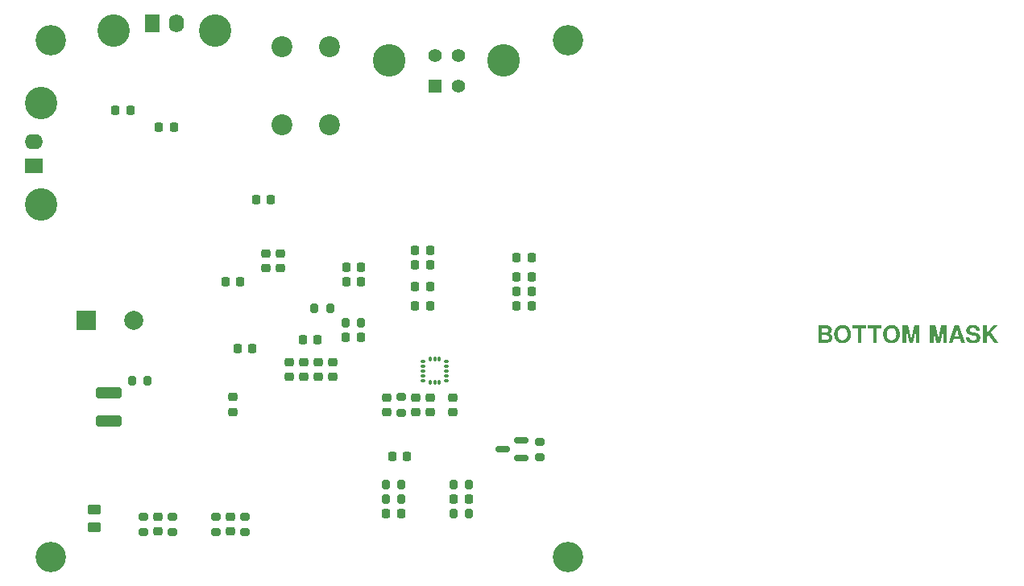
<source format=gbr>
%TF.GenerationSoftware,KiCad,Pcbnew,7.0.9-7.0.9~ubuntu22.04.1*%
%TF.CreationDate,2023-12-22T21:37:53-08:00*%
%TF.ProjectId,IMU-2X,494d552d-3258-42e6-9b69-6361645f7063,2*%
%TF.SameCoordinates,Original*%
%TF.FileFunction,Soldermask,Bot*%
%TF.FilePolarity,Negative*%
%FSLAX46Y46*%
G04 Gerber Fmt 4.6, Leading zero omitted, Abs format (unit mm)*
G04 Created by KiCad (PCBNEW 7.0.9-7.0.9~ubuntu22.04.1) date 2023-12-22 21:37:53*
%MOMM*%
%LPD*%
G01*
G04 APERTURE LIST*
G04 Aperture macros list*
%AMRoundRect*
0 Rectangle with rounded corners*
0 $1 Rounding radius*
0 $2 $3 $4 $5 $6 $7 $8 $9 X,Y pos of 4 corners*
0 Add a 4 corners polygon primitive as box body*
4,1,4,$2,$3,$4,$5,$6,$7,$8,$9,$2,$3,0*
0 Add four circle primitives for the rounded corners*
1,1,$1+$1,$2,$3*
1,1,$1+$1,$4,$5*
1,1,$1+$1,$6,$7*
1,1,$1+$1,$8,$9*
0 Add four rect primitives between the rounded corners*
20,1,$1+$1,$2,$3,$4,$5,0*
20,1,$1+$1,$4,$5,$6,$7,0*
20,1,$1+$1,$6,$7,$8,$9,0*
20,1,$1+$1,$8,$9,$2,$3,0*%
G04 Aperture macros list end*
%ADD10C,0.300000*%
%ADD11C,2.200000*%
%ADD12C,3.200000*%
%ADD13C,3.403600*%
%ADD14R,1.600200X1.905000*%
%ADD15O,1.600200X1.905000*%
%ADD16R,1.400000X1.400000*%
%ADD17C,1.400000*%
%ADD18C,3.429000*%
%ADD19R,1.905000X1.600200*%
%ADD20O,1.905000X1.600200*%
%ADD21R,2.000000X2.000000*%
%ADD22C,2.000000*%
%ADD23RoundRect,0.225000X-0.250000X0.225000X-0.250000X-0.225000X0.250000X-0.225000X0.250000X0.225000X0*%
%ADD24RoundRect,0.225000X0.225000X0.250000X-0.225000X0.250000X-0.225000X-0.250000X0.225000X-0.250000X0*%
%ADD25RoundRect,0.250000X-0.450000X0.262500X-0.450000X-0.262500X0.450000X-0.262500X0.450000X0.262500X0*%
%ADD26RoundRect,0.225000X-0.225000X-0.250000X0.225000X-0.250000X0.225000X0.250000X-0.225000X0.250000X0*%
%ADD27RoundRect,0.200000X0.200000X0.275000X-0.200000X0.275000X-0.200000X-0.275000X0.200000X-0.275000X0*%
%ADD28RoundRect,0.200000X-0.200000X-0.275000X0.200000X-0.275000X0.200000X0.275000X-0.200000X0.275000X0*%
%ADD29RoundRect,0.225000X0.250000X-0.225000X0.250000X0.225000X-0.250000X0.225000X-0.250000X-0.225000X0*%
%ADD30RoundRect,0.200000X0.275000X-0.200000X0.275000X0.200000X-0.275000X0.200000X-0.275000X-0.200000X0*%
%ADD31RoundRect,0.200000X-0.275000X0.200000X-0.275000X-0.200000X0.275000X-0.200000X0.275000X0.200000X0*%
%ADD32RoundRect,0.150000X0.587500X0.150000X-0.587500X0.150000X-0.587500X-0.150000X0.587500X-0.150000X0*%
%ADD33RoundRect,0.050000X-0.175000X-0.125000X0.175000X-0.125000X0.175000X0.125000X-0.175000X0.125000X0*%
%ADD34RoundRect,0.050000X-0.125000X-0.175000X0.125000X-0.175000X0.125000X0.175000X-0.125000X0.175000X0*%
%ADD35RoundRect,0.250000X-1.100000X0.325000X-1.100000X-0.325000X1.100000X-0.325000X1.100000X0.325000X0*%
G04 APERTURE END LIST*
D10*
G36*
X214394182Y-105189462D02*
G01*
X214414867Y-105190047D01*
X214435193Y-105191023D01*
X214455158Y-105192388D01*
X214474765Y-105194144D01*
X214494012Y-105196290D01*
X214512899Y-105198826D01*
X214531426Y-105201752D01*
X214549594Y-105205068D01*
X214567402Y-105208775D01*
X214584851Y-105212871D01*
X214601940Y-105217358D01*
X214618669Y-105222235D01*
X214643089Y-105230282D01*
X214666699Y-105239207D01*
X214689433Y-105248827D01*
X214711060Y-105258958D01*
X214731581Y-105269600D01*
X214750994Y-105280754D01*
X214769300Y-105292419D01*
X214786500Y-105304596D01*
X214802593Y-105317284D01*
X214817579Y-105330484D01*
X214831458Y-105344195D01*
X214844230Y-105358418D01*
X214852130Y-105368184D01*
X214863313Y-105382891D01*
X214873901Y-105397537D01*
X214883893Y-105412122D01*
X214896290Y-105431474D01*
X214907628Y-105450717D01*
X214917908Y-105469852D01*
X214927129Y-105488878D01*
X214935292Y-105507796D01*
X214940720Y-105521913D01*
X214947234Y-105540654D01*
X214952879Y-105559314D01*
X214957656Y-105577892D01*
X214961564Y-105596389D01*
X214964604Y-105614805D01*
X214966775Y-105633139D01*
X214968078Y-105651391D01*
X214968513Y-105669563D01*
X214968005Y-105691354D01*
X214966482Y-105712595D01*
X214963944Y-105733287D01*
X214960390Y-105753430D01*
X214955822Y-105773023D01*
X214950238Y-105792066D01*
X214943639Y-105810559D01*
X214936024Y-105828503D01*
X214927394Y-105845897D01*
X214917749Y-105862742D01*
X214910755Y-105873667D01*
X214899324Y-105889781D01*
X214886527Y-105905880D01*
X214872363Y-105921964D01*
X214856832Y-105938033D01*
X214839935Y-105954086D01*
X214821672Y-105970124D01*
X214802042Y-105986147D01*
X214788197Y-105996820D01*
X214773744Y-106007487D01*
X214758684Y-106018147D01*
X214743016Y-106028800D01*
X214726742Y-106039446D01*
X214718377Y-106044767D01*
X214736999Y-106055953D01*
X214755029Y-106067309D01*
X214772469Y-106078836D01*
X214789318Y-106090534D01*
X214805575Y-106102402D01*
X214821241Y-106114440D01*
X214836316Y-106126649D01*
X214850800Y-106139029D01*
X214864693Y-106151579D01*
X214877994Y-106164299D01*
X214890704Y-106177190D01*
X214902823Y-106190252D01*
X214914351Y-106203484D01*
X214935634Y-106230459D01*
X214954551Y-106258116D01*
X214971104Y-106286455D01*
X214985292Y-106315476D01*
X214997116Y-106345179D01*
X215006575Y-106375564D01*
X215013669Y-106406631D01*
X215018398Y-106438380D01*
X215020763Y-106470810D01*
X215021058Y-106487281D01*
X215020583Y-106509782D01*
X215019159Y-106532119D01*
X215016784Y-106554294D01*
X215013459Y-106576305D01*
X215009184Y-106598154D01*
X215003959Y-106619840D01*
X214997785Y-106641364D01*
X214990660Y-106662724D01*
X214982599Y-106683867D01*
X214973398Y-106704956D01*
X214965749Y-106720737D01*
X214957459Y-106736488D01*
X214948528Y-106752208D01*
X214938955Y-106767897D01*
X214928742Y-106783556D01*
X214917887Y-106799184D01*
X214906391Y-106814782D01*
X214894253Y-106830350D01*
X214881293Y-106845534D01*
X214867165Y-106860146D01*
X214851868Y-106874185D01*
X214835404Y-106887652D01*
X214817772Y-106900547D01*
X214798972Y-106912868D01*
X214779003Y-106924618D01*
X214757867Y-106935794D01*
X214735564Y-106946399D01*
X214712092Y-106956430D01*
X214695795Y-106962800D01*
X214679042Y-106968848D01*
X214661895Y-106974505D01*
X214644355Y-106979772D01*
X214626421Y-106984649D01*
X214608094Y-106989136D01*
X214589373Y-106993233D01*
X214570259Y-106996939D01*
X214550751Y-107000255D01*
X214530849Y-107003182D01*
X214510554Y-107005718D01*
X214489866Y-107007864D01*
X214468784Y-107009619D01*
X214447308Y-107010985D01*
X214425439Y-107011960D01*
X214403176Y-107012545D01*
X214380519Y-107012741D01*
X213560195Y-107012741D01*
X213560195Y-106227157D01*
X213935399Y-106227157D01*
X213935399Y-106700071D01*
X214383125Y-106700071D01*
X214416728Y-106699153D01*
X214448163Y-106696400D01*
X214477430Y-106691811D01*
X214504529Y-106685387D01*
X214529460Y-106677128D01*
X214552223Y-106667033D01*
X214572819Y-106655102D01*
X214591246Y-106641336D01*
X214607505Y-106625735D01*
X214621597Y-106608298D01*
X214633520Y-106589026D01*
X214643276Y-106567919D01*
X214650864Y-106544976D01*
X214656284Y-106520197D01*
X214659536Y-106493583D01*
X214660620Y-106465134D01*
X214659536Y-106436316D01*
X214656284Y-106409358D01*
X214650864Y-106384259D01*
X214643276Y-106361019D01*
X214633520Y-106339638D01*
X214621597Y-106320117D01*
X214607505Y-106302455D01*
X214591246Y-106286651D01*
X214572819Y-106272708D01*
X214552223Y-106260623D01*
X214529460Y-106250397D01*
X214504529Y-106242031D01*
X214477430Y-106235524D01*
X214448163Y-106230876D01*
X214416728Y-106228087D01*
X214383125Y-106227157D01*
X213935399Y-106227157D01*
X213560195Y-106227157D01*
X213560195Y-105501937D01*
X213935399Y-105501937D01*
X213935399Y-105914487D01*
X214343173Y-105914487D01*
X214375251Y-105913687D01*
X214405259Y-105911285D01*
X214433198Y-105907281D01*
X214459067Y-105901677D01*
X214482867Y-105894471D01*
X214504597Y-105885663D01*
X214524257Y-105875254D01*
X214541848Y-105863244D01*
X214557370Y-105849633D01*
X214570822Y-105834420D01*
X214582204Y-105817606D01*
X214591517Y-105799190D01*
X214598761Y-105779174D01*
X214603935Y-105757555D01*
X214607039Y-105734336D01*
X214608074Y-105709515D01*
X214607039Y-105684378D01*
X214603935Y-105660864D01*
X214598761Y-105638971D01*
X214591517Y-105618699D01*
X214582204Y-105600050D01*
X214570822Y-105583022D01*
X214557370Y-105567616D01*
X214541848Y-105553831D01*
X214524257Y-105541669D01*
X214504597Y-105531127D01*
X214482867Y-105522208D01*
X214459067Y-105514910D01*
X214433198Y-105509234D01*
X214405259Y-105505180D01*
X214375251Y-105502748D01*
X214343173Y-105501937D01*
X213935399Y-105501937D01*
X213560195Y-105501937D01*
X213560195Y-105189267D01*
X214373137Y-105189267D01*
X214394182Y-105189462D01*
G37*
G36*
X216110857Y-105159563D02*
G01*
X216135110Y-105160344D01*
X216159064Y-105161646D01*
X216182721Y-105163469D01*
X216206080Y-105165812D01*
X216229141Y-105168677D01*
X216251905Y-105172062D01*
X216274371Y-105175968D01*
X216296539Y-105180394D01*
X216318410Y-105185342D01*
X216339982Y-105190810D01*
X216361258Y-105196799D01*
X216382235Y-105203308D01*
X216402915Y-105210339D01*
X216423297Y-105217890D01*
X216443381Y-105225962D01*
X216463167Y-105234555D01*
X216482656Y-105243669D01*
X216501847Y-105253303D01*
X216520741Y-105263458D01*
X216539337Y-105274134D01*
X216557635Y-105285331D01*
X216575635Y-105297048D01*
X216593338Y-105309287D01*
X216610743Y-105322046D01*
X216627850Y-105335325D01*
X216644659Y-105349126D01*
X216661171Y-105363447D01*
X216677385Y-105378290D01*
X216693301Y-105393652D01*
X216708920Y-105409536D01*
X216724241Y-105425941D01*
X216739176Y-105442743D01*
X216753637Y-105459876D01*
X216767624Y-105477339D01*
X216781136Y-105495131D01*
X216794175Y-105513254D01*
X216806739Y-105531706D01*
X216818830Y-105550488D01*
X216830446Y-105569601D01*
X216841588Y-105589043D01*
X216852256Y-105608815D01*
X216862449Y-105628917D01*
X216872169Y-105649349D01*
X216881414Y-105670111D01*
X216890186Y-105691203D01*
X216898483Y-105712625D01*
X216906306Y-105734376D01*
X216913655Y-105756458D01*
X216920530Y-105778870D01*
X216926931Y-105801611D01*
X216932857Y-105824683D01*
X216938310Y-105848084D01*
X216943288Y-105871816D01*
X216947792Y-105895877D01*
X216951822Y-105920269D01*
X216955378Y-105944990D01*
X216958460Y-105970041D01*
X216961068Y-105995422D01*
X216963201Y-106021133D01*
X216964861Y-106047174D01*
X216966046Y-106073545D01*
X216966757Y-106100246D01*
X216966994Y-106127277D01*
X216966761Y-106152466D01*
X216966061Y-106177390D01*
X216964895Y-106202047D01*
X216963263Y-106226438D01*
X216961163Y-106250563D01*
X216958598Y-106274421D01*
X216955565Y-106298013D01*
X216952067Y-106321338D01*
X216948101Y-106344398D01*
X216943670Y-106367190D01*
X216938772Y-106389717D01*
X216933407Y-106411977D01*
X216927576Y-106433971D01*
X216921278Y-106455699D01*
X216914514Y-106477160D01*
X216907283Y-106498355D01*
X216899586Y-106519284D01*
X216891422Y-106539946D01*
X216882792Y-106560342D01*
X216873696Y-106580472D01*
X216864132Y-106600335D01*
X216854103Y-106619932D01*
X216843607Y-106639263D01*
X216832644Y-106658327D01*
X216821215Y-106677125D01*
X216809319Y-106695657D01*
X216796957Y-106713922D01*
X216784129Y-106731921D01*
X216770834Y-106749654D01*
X216757072Y-106767120D01*
X216742844Y-106784320D01*
X216728149Y-106801254D01*
X216713064Y-106817792D01*
X216697663Y-106833805D01*
X216681946Y-106849293D01*
X216665914Y-106864256D01*
X216649566Y-106878694D01*
X216632903Y-106892607D01*
X216615924Y-106905995D01*
X216598630Y-106918858D01*
X216581020Y-106931196D01*
X216563095Y-106943009D01*
X216544854Y-106954297D01*
X216526298Y-106965060D01*
X216507426Y-106975298D01*
X216488239Y-106985010D01*
X216468736Y-106994198D01*
X216448918Y-107002861D01*
X216428784Y-107010999D01*
X216408334Y-107018612D01*
X216387570Y-107025699D01*
X216366489Y-107032262D01*
X216345093Y-107038300D01*
X216323382Y-107043812D01*
X216301355Y-107048800D01*
X216279012Y-107053263D01*
X216256354Y-107057200D01*
X216233380Y-107060613D01*
X216210091Y-107063501D01*
X216186487Y-107065863D01*
X216162567Y-107067701D01*
X216138331Y-107069013D01*
X216113780Y-107069801D01*
X216088913Y-107070063D01*
X216064205Y-107069802D01*
X216039806Y-107069018D01*
X216015714Y-107067712D01*
X215991930Y-107065884D01*
X215968454Y-107063532D01*
X215945285Y-107060659D01*
X215922425Y-107057263D01*
X215899873Y-107053344D01*
X215877628Y-107048903D01*
X215855691Y-107043940D01*
X215834063Y-107038454D01*
X215812742Y-107032445D01*
X215791729Y-107025914D01*
X215771024Y-107018861D01*
X215750626Y-107011285D01*
X215730537Y-107003187D01*
X215710755Y-106994566D01*
X215691282Y-106985423D01*
X215672116Y-106975757D01*
X215653258Y-106965569D01*
X215634708Y-106954858D01*
X215616466Y-106943625D01*
X215598532Y-106931869D01*
X215580906Y-106919591D01*
X215563588Y-106906790D01*
X215546577Y-106893467D01*
X215529874Y-106879622D01*
X215513480Y-106865254D01*
X215497393Y-106850363D01*
X215481614Y-106834950D01*
X215466143Y-106819015D01*
X215450980Y-106802557D01*
X215436205Y-106785688D01*
X215421899Y-106768521D01*
X215408063Y-106751056D01*
X215394695Y-106733292D01*
X215381796Y-106715229D01*
X215369367Y-106696868D01*
X215357406Y-106678208D01*
X215345915Y-106659250D01*
X215334893Y-106639993D01*
X215324339Y-106620437D01*
X215314255Y-106600583D01*
X215304640Y-106580431D01*
X215295493Y-106559980D01*
X215286816Y-106539230D01*
X215278608Y-106518182D01*
X215270869Y-106496835D01*
X215263599Y-106475190D01*
X215256798Y-106453246D01*
X215250466Y-106431003D01*
X215244603Y-106408462D01*
X215239209Y-106385623D01*
X215234284Y-106362485D01*
X215229828Y-106339048D01*
X215225841Y-106315313D01*
X215222323Y-106291279D01*
X215219274Y-106266947D01*
X215216695Y-106242316D01*
X215214584Y-106217386D01*
X215212942Y-106192158D01*
X215211770Y-106166632D01*
X215211066Y-106140807D01*
X215210836Y-106115117D01*
X215586036Y-106115117D01*
X215586170Y-106132974D01*
X215586573Y-106150608D01*
X215587246Y-106168020D01*
X215589397Y-106202178D01*
X215592623Y-106235446D01*
X215596925Y-106267826D01*
X215602302Y-106299317D01*
X215608755Y-106329919D01*
X215616284Y-106359632D01*
X215624887Y-106388457D01*
X215634567Y-106416392D01*
X215645322Y-106443438D01*
X215657152Y-106469596D01*
X215670058Y-106494865D01*
X215684039Y-106519245D01*
X215699096Y-106542736D01*
X215715228Y-106565338D01*
X215723697Y-106576305D01*
X215741256Y-106597340D01*
X215759517Y-106617018D01*
X215778481Y-106635338D01*
X215798146Y-106652302D01*
X215818514Y-106667908D01*
X215839585Y-106682157D01*
X215861357Y-106695049D01*
X215883832Y-106706585D01*
X215907009Y-106716763D01*
X215930889Y-106725584D01*
X215955470Y-106733047D01*
X215980754Y-106739154D01*
X216006741Y-106743904D01*
X216033429Y-106747297D01*
X216060820Y-106749332D01*
X216088913Y-106750011D01*
X216116747Y-106749337D01*
X216143902Y-106747317D01*
X216170378Y-106743950D01*
X216196176Y-106739236D01*
X216221296Y-106733175D01*
X216245737Y-106725767D01*
X216269499Y-106717012D01*
X216292583Y-106706910D01*
X216314988Y-106695462D01*
X216336715Y-106682666D01*
X216357763Y-106668524D01*
X216378133Y-106653034D01*
X216397824Y-106636198D01*
X216416837Y-106618015D01*
X216435171Y-106598485D01*
X216452826Y-106577608D01*
X216469654Y-106555585D01*
X216485396Y-106532723D01*
X216500052Y-106509023D01*
X216513623Y-106484486D01*
X216526108Y-106459110D01*
X216537508Y-106432897D01*
X216547821Y-106405845D01*
X216557049Y-106377955D01*
X216565192Y-106349228D01*
X216572249Y-106319662D01*
X216578220Y-106289259D01*
X216583105Y-106258017D01*
X216586905Y-106225938D01*
X216589619Y-106193020D01*
X216591248Y-106159265D01*
X216591791Y-106124671D01*
X216591657Y-106106359D01*
X216591258Y-106088281D01*
X216590592Y-106070437D01*
X216589660Y-106052828D01*
X216588461Y-106035452D01*
X216585266Y-106001403D01*
X216581004Y-105968290D01*
X216575678Y-105936114D01*
X216569286Y-105904874D01*
X216561829Y-105874571D01*
X216553306Y-105845204D01*
X216543719Y-105816773D01*
X216533066Y-105789279D01*
X216521347Y-105762721D01*
X216508564Y-105737099D01*
X216494715Y-105712414D01*
X216479801Y-105688665D01*
X216463821Y-105665853D01*
X216455432Y-105654798D01*
X216438020Y-105633553D01*
X216419876Y-105613678D01*
X216400999Y-105595175D01*
X216381390Y-105578042D01*
X216361047Y-105562279D01*
X216339972Y-105547887D01*
X216318164Y-105534866D01*
X216295623Y-105523216D01*
X216272349Y-105512936D01*
X216248342Y-105504027D01*
X216223603Y-105496488D01*
X216198130Y-105490320D01*
X216171925Y-105485523D01*
X216144987Y-105482096D01*
X216117317Y-105480040D01*
X216088913Y-105479355D01*
X216060820Y-105480035D01*
X216033429Y-105482076D01*
X216006741Y-105485477D01*
X215980754Y-105490239D01*
X215955470Y-105496361D01*
X215930889Y-105503843D01*
X215907009Y-105512687D01*
X215883832Y-105522890D01*
X215861357Y-105534454D01*
X215839585Y-105547378D01*
X215818514Y-105561663D01*
X215798146Y-105577309D01*
X215778481Y-105594315D01*
X215759517Y-105612681D01*
X215741256Y-105632408D01*
X215723697Y-105653495D01*
X215707027Y-105675654D01*
X215691433Y-105698706D01*
X215676914Y-105722650D01*
X215663470Y-105747486D01*
X215651102Y-105773214D01*
X215639810Y-105799835D01*
X215629593Y-105827348D01*
X215620451Y-105855753D01*
X215612385Y-105885051D01*
X215605394Y-105915241D01*
X215599479Y-105946323D01*
X215594639Y-105978297D01*
X215590875Y-106011164D01*
X215588187Y-106044923D01*
X215586573Y-106079574D01*
X215586170Y-106097234D01*
X215586036Y-106115117D01*
X215210836Y-106115117D01*
X215210832Y-106114683D01*
X215211068Y-106088559D01*
X215211775Y-106062734D01*
X215212954Y-106037208D01*
X215214604Y-106011980D01*
X215216727Y-105987050D01*
X215219320Y-105962419D01*
X215222386Y-105938087D01*
X215225922Y-105914053D01*
X215229931Y-105890318D01*
X215234411Y-105866881D01*
X215239363Y-105843743D01*
X215244786Y-105820904D01*
X215250681Y-105798363D01*
X215257047Y-105776120D01*
X215263885Y-105754176D01*
X215271194Y-105732531D01*
X215278976Y-105711184D01*
X215287228Y-105690136D01*
X215295953Y-105669386D01*
X215305148Y-105648935D01*
X215314816Y-105628783D01*
X215324955Y-105608929D01*
X215335566Y-105589373D01*
X215346648Y-105570116D01*
X215358202Y-105551158D01*
X215370227Y-105532498D01*
X215382724Y-105514137D01*
X215395692Y-105496074D01*
X215409133Y-105478310D01*
X215423044Y-105460845D01*
X215437428Y-105443678D01*
X215452282Y-105426809D01*
X215467521Y-105410351D01*
X215483054Y-105394416D01*
X215498883Y-105379003D01*
X215515006Y-105364112D01*
X215531425Y-105349744D01*
X215548139Y-105335899D01*
X215565149Y-105322576D01*
X215582453Y-105309775D01*
X215600053Y-105297497D01*
X215617947Y-105285741D01*
X215636137Y-105274508D01*
X215654622Y-105263797D01*
X215673402Y-105253609D01*
X215692478Y-105243943D01*
X215711848Y-105234800D01*
X215731514Y-105226179D01*
X215751475Y-105218081D01*
X215771731Y-105210505D01*
X215792282Y-105203452D01*
X215813128Y-105196921D01*
X215834270Y-105190912D01*
X215855707Y-105185426D01*
X215877439Y-105180463D01*
X215899466Y-105176022D01*
X215921788Y-105172103D01*
X215944405Y-105168707D01*
X215967318Y-105165834D01*
X215990525Y-105163482D01*
X216014028Y-105161654D01*
X216037826Y-105160348D01*
X216061919Y-105159564D01*
X216086308Y-105159303D01*
X216110857Y-105159563D01*
G37*
G36*
X218059602Y-105501937D02*
G01*
X218059602Y-107012741D01*
X217684398Y-107012741D01*
X217684398Y-105501937D01*
X217131580Y-105501937D01*
X217131580Y-105189267D01*
X218592444Y-105189267D01*
X218592444Y-105501937D01*
X218059602Y-105501937D01*
G37*
G36*
X219661167Y-105501937D02*
G01*
X219661167Y-107012741D01*
X219285963Y-107012741D01*
X219285963Y-105501937D01*
X218733145Y-105501937D01*
X218733145Y-105189267D01*
X220194009Y-105189267D01*
X220194009Y-105501937D01*
X219661167Y-105501937D01*
G37*
G36*
X221259489Y-105159563D02*
G01*
X221283741Y-105160344D01*
X221307695Y-105161646D01*
X221331352Y-105163469D01*
X221354711Y-105165812D01*
X221377773Y-105168677D01*
X221400536Y-105172062D01*
X221423002Y-105175968D01*
X221445171Y-105180394D01*
X221467041Y-105185342D01*
X221488614Y-105190810D01*
X221509889Y-105196799D01*
X221530866Y-105203308D01*
X221551546Y-105210339D01*
X221571928Y-105217890D01*
X221592012Y-105225962D01*
X221611799Y-105234555D01*
X221631288Y-105243669D01*
X221650479Y-105253303D01*
X221669372Y-105263458D01*
X221687968Y-105274134D01*
X221706266Y-105285331D01*
X221724266Y-105297048D01*
X221741969Y-105309287D01*
X221759374Y-105322046D01*
X221776481Y-105335325D01*
X221793291Y-105349126D01*
X221809802Y-105363447D01*
X221826016Y-105378290D01*
X221841933Y-105393652D01*
X221857551Y-105409536D01*
X221872872Y-105425941D01*
X221887807Y-105442743D01*
X221902268Y-105459876D01*
X221916255Y-105477339D01*
X221929768Y-105495131D01*
X221942806Y-105513254D01*
X221955371Y-105531706D01*
X221967461Y-105550488D01*
X221979077Y-105569601D01*
X221990219Y-105589043D01*
X222000887Y-105608815D01*
X222011081Y-105628917D01*
X222020800Y-105649349D01*
X222030046Y-105670111D01*
X222038817Y-105691203D01*
X222047114Y-105712625D01*
X222054938Y-105734376D01*
X222062286Y-105756458D01*
X222069161Y-105778870D01*
X222075562Y-105801611D01*
X222081489Y-105824683D01*
X222086941Y-105848084D01*
X222091919Y-105871816D01*
X222096424Y-105895877D01*
X222100454Y-105920269D01*
X222104010Y-105944990D01*
X222107092Y-105970041D01*
X222109699Y-105995422D01*
X222111833Y-106021133D01*
X222113492Y-106047174D01*
X222114678Y-106073545D01*
X222115389Y-106100246D01*
X222115626Y-106127277D01*
X222115393Y-106152466D01*
X222114693Y-106177390D01*
X222113527Y-106202047D01*
X222111894Y-106226438D01*
X222109795Y-106250563D01*
X222107229Y-106274421D01*
X222104197Y-106298013D01*
X222100698Y-106321338D01*
X222096733Y-106344398D01*
X222092301Y-106367190D01*
X222087403Y-106389717D01*
X222082038Y-106411977D01*
X222076207Y-106433971D01*
X222069909Y-106455699D01*
X222063145Y-106477160D01*
X222055915Y-106498355D01*
X222048217Y-106519284D01*
X222040054Y-106539946D01*
X222031424Y-106560342D01*
X222022327Y-106580472D01*
X222012764Y-106600335D01*
X222002734Y-106619932D01*
X221992238Y-106639263D01*
X221981276Y-106658327D01*
X221969846Y-106677125D01*
X221957951Y-106695657D01*
X221945589Y-106713922D01*
X221932760Y-106731921D01*
X221919465Y-106749654D01*
X221905703Y-106767120D01*
X221891475Y-106784320D01*
X221876781Y-106801254D01*
X221861695Y-106817792D01*
X221846294Y-106833805D01*
X221830578Y-106849293D01*
X221814545Y-106864256D01*
X221798198Y-106878694D01*
X221781535Y-106892607D01*
X221764556Y-106905995D01*
X221747262Y-106918858D01*
X221729652Y-106931196D01*
X221711727Y-106943009D01*
X221693486Y-106954297D01*
X221674930Y-106965060D01*
X221656058Y-106975298D01*
X221636870Y-106985010D01*
X221617368Y-106994198D01*
X221597549Y-107002861D01*
X221577415Y-107010999D01*
X221556966Y-107018612D01*
X221536201Y-107025699D01*
X221515120Y-107032262D01*
X221493725Y-107038300D01*
X221472013Y-107043812D01*
X221449986Y-107048800D01*
X221427643Y-107053263D01*
X221404985Y-107057200D01*
X221382012Y-107060613D01*
X221358723Y-107063501D01*
X221335118Y-107065863D01*
X221311198Y-107067701D01*
X221286962Y-107069013D01*
X221262411Y-107069801D01*
X221237545Y-107070063D01*
X221212837Y-107069802D01*
X221188437Y-107069018D01*
X221164345Y-107067712D01*
X221140561Y-107065884D01*
X221117085Y-107063532D01*
X221093917Y-107060659D01*
X221071057Y-107057263D01*
X221048504Y-107053344D01*
X221026259Y-107048903D01*
X221004323Y-107043940D01*
X220982694Y-107038454D01*
X220961373Y-107032445D01*
X220940360Y-107025914D01*
X220919655Y-107018861D01*
X220899258Y-107011285D01*
X220879168Y-107003187D01*
X220859387Y-106994566D01*
X220839913Y-106985423D01*
X220820748Y-106975757D01*
X220801890Y-106965569D01*
X220783340Y-106954858D01*
X220765098Y-106943625D01*
X220747164Y-106931869D01*
X220729537Y-106919591D01*
X220712219Y-106906790D01*
X220695208Y-106893467D01*
X220678506Y-106879622D01*
X220662111Y-106865254D01*
X220646024Y-106850363D01*
X220630245Y-106834950D01*
X220614774Y-106819015D01*
X220599611Y-106802557D01*
X220584836Y-106785688D01*
X220570531Y-106768521D01*
X220556694Y-106751056D01*
X220543326Y-106733292D01*
X220530428Y-106715229D01*
X220517998Y-106696868D01*
X220506038Y-106678208D01*
X220494546Y-106659250D01*
X220483524Y-106639993D01*
X220472971Y-106620437D01*
X220462886Y-106600583D01*
X220453271Y-106580431D01*
X220444125Y-106559980D01*
X220435447Y-106539230D01*
X220427239Y-106518182D01*
X220419500Y-106496835D01*
X220412230Y-106475190D01*
X220405429Y-106453246D01*
X220399097Y-106431003D01*
X220393234Y-106408462D01*
X220387840Y-106385623D01*
X220382915Y-106362485D01*
X220378459Y-106339048D01*
X220374472Y-106315313D01*
X220370955Y-106291279D01*
X220367906Y-106266947D01*
X220365326Y-106242316D01*
X220363215Y-106217386D01*
X220361574Y-106192158D01*
X220360401Y-106166632D01*
X220359698Y-106140807D01*
X220359467Y-106115117D01*
X220734667Y-106115117D01*
X220734801Y-106132974D01*
X220735205Y-106150608D01*
X220735877Y-106168020D01*
X220738028Y-106202178D01*
X220741254Y-106235446D01*
X220745556Y-106267826D01*
X220750934Y-106299317D01*
X220757387Y-106329919D01*
X220764915Y-106359632D01*
X220773519Y-106388457D01*
X220783198Y-106416392D01*
X220793953Y-106443438D01*
X220805783Y-106469596D01*
X220818689Y-106494865D01*
X220832670Y-106519245D01*
X220847727Y-106542736D01*
X220863859Y-106565338D01*
X220872329Y-106576305D01*
X220889888Y-106597340D01*
X220908149Y-106617018D01*
X220927112Y-106635338D01*
X220946778Y-106652302D01*
X220967146Y-106667908D01*
X220988216Y-106682157D01*
X221009989Y-106695049D01*
X221032463Y-106706585D01*
X221055641Y-106716763D01*
X221079520Y-106725584D01*
X221104102Y-106733047D01*
X221129386Y-106739154D01*
X221155372Y-106743904D01*
X221182061Y-106747297D01*
X221209451Y-106749332D01*
X221237545Y-106750011D01*
X221265378Y-106749337D01*
X221292533Y-106747317D01*
X221319010Y-106743950D01*
X221344808Y-106739236D01*
X221369927Y-106733175D01*
X221394368Y-106725767D01*
X221418130Y-106717012D01*
X221441214Y-106706910D01*
X221463620Y-106695462D01*
X221485346Y-106682666D01*
X221506395Y-106668524D01*
X221526764Y-106653034D01*
X221546455Y-106636198D01*
X221565468Y-106618015D01*
X221583802Y-106598485D01*
X221601458Y-106577608D01*
X221618285Y-106555585D01*
X221634027Y-106532723D01*
X221648684Y-106509023D01*
X221662254Y-106484486D01*
X221674740Y-106459110D01*
X221686139Y-106432897D01*
X221696453Y-106405845D01*
X221705681Y-106377955D01*
X221713823Y-106349228D01*
X221720880Y-106319662D01*
X221726851Y-106289259D01*
X221731737Y-106258017D01*
X221735537Y-106225938D01*
X221738251Y-106193020D01*
X221739879Y-106159265D01*
X221740422Y-106124671D01*
X221740289Y-106106359D01*
X221739889Y-106088281D01*
X221739224Y-106070437D01*
X221738291Y-106052828D01*
X221737093Y-106035452D01*
X221733897Y-106001403D01*
X221729636Y-105968290D01*
X221724309Y-105936114D01*
X221717917Y-105904874D01*
X221710460Y-105874571D01*
X221701938Y-105845204D01*
X221692350Y-105816773D01*
X221681697Y-105789279D01*
X221669979Y-105762721D01*
X221657195Y-105737099D01*
X221643346Y-105712414D01*
X221628432Y-105688665D01*
X221612452Y-105665853D01*
X221604063Y-105654798D01*
X221586652Y-105633553D01*
X221568508Y-105613678D01*
X221549631Y-105595175D01*
X221530021Y-105578042D01*
X221509679Y-105562279D01*
X221488603Y-105547887D01*
X221466795Y-105534866D01*
X221444254Y-105523216D01*
X221420980Y-105512936D01*
X221396974Y-105504027D01*
X221372234Y-105496488D01*
X221346762Y-105490320D01*
X221320557Y-105485523D01*
X221293619Y-105482096D01*
X221265948Y-105480040D01*
X221237545Y-105479355D01*
X221209451Y-105480035D01*
X221182061Y-105482076D01*
X221155372Y-105485477D01*
X221129386Y-105490239D01*
X221104102Y-105496361D01*
X221079520Y-105503843D01*
X221055641Y-105512687D01*
X221032463Y-105522890D01*
X221009989Y-105534454D01*
X220988216Y-105547378D01*
X220967146Y-105561663D01*
X220946778Y-105577309D01*
X220927112Y-105594315D01*
X220908149Y-105612681D01*
X220889888Y-105632408D01*
X220872329Y-105653495D01*
X220855659Y-105675654D01*
X220840064Y-105698706D01*
X220825545Y-105722650D01*
X220812102Y-105747486D01*
X220799734Y-105773214D01*
X220788441Y-105799835D01*
X220778224Y-105827348D01*
X220769082Y-105855753D01*
X220761016Y-105885051D01*
X220754026Y-105915241D01*
X220748111Y-105946323D01*
X220743271Y-105978297D01*
X220739507Y-106011164D01*
X220736818Y-106044923D01*
X220735205Y-106079574D01*
X220734801Y-106097234D01*
X220734667Y-106115117D01*
X220359467Y-106115117D01*
X220359463Y-106114683D01*
X220359699Y-106088559D01*
X220360406Y-106062734D01*
X220361585Y-106037208D01*
X220363236Y-106011980D01*
X220365358Y-105987050D01*
X220367952Y-105962419D01*
X220371017Y-105938087D01*
X220374554Y-105914053D01*
X220378562Y-105890318D01*
X220383042Y-105866881D01*
X220387994Y-105843743D01*
X220393417Y-105820904D01*
X220399312Y-105798363D01*
X220405678Y-105776120D01*
X220412516Y-105754176D01*
X220419826Y-105732531D01*
X220427607Y-105711184D01*
X220435860Y-105690136D01*
X220444584Y-105669386D01*
X220453780Y-105648935D01*
X220463447Y-105628783D01*
X220473586Y-105608929D01*
X220484197Y-105589373D01*
X220495279Y-105570116D01*
X220506833Y-105551158D01*
X220518858Y-105532498D01*
X220531355Y-105514137D01*
X220544324Y-105496074D01*
X220557764Y-105478310D01*
X220571676Y-105460845D01*
X220586059Y-105443678D01*
X220600914Y-105426809D01*
X220616152Y-105410351D01*
X220631685Y-105394416D01*
X220647514Y-105379003D01*
X220663638Y-105364112D01*
X220680057Y-105349744D01*
X220696771Y-105335899D01*
X220713780Y-105322576D01*
X220731084Y-105309775D01*
X220748684Y-105297497D01*
X220766579Y-105285741D01*
X220784769Y-105274508D01*
X220803254Y-105263797D01*
X220822034Y-105253609D01*
X220841109Y-105243943D01*
X220860480Y-105234800D01*
X220880145Y-105226179D01*
X220900106Y-105218081D01*
X220920362Y-105210505D01*
X220940914Y-105203452D01*
X220961760Y-105196921D01*
X220982901Y-105190912D01*
X221004338Y-105185426D01*
X221026070Y-105180463D01*
X221048097Y-105176022D01*
X221070419Y-105172103D01*
X221093036Y-105168707D01*
X221115949Y-105165834D01*
X221139157Y-105163482D01*
X221162659Y-105161654D01*
X221186457Y-105160348D01*
X221210551Y-105159564D01*
X221234939Y-105159303D01*
X221259489Y-105159563D01*
G37*
G36*
X222780484Y-105591829D02*
G01*
X222780484Y-107012741D01*
X222405280Y-107012741D01*
X222405280Y-105189267D01*
X222965480Y-105189267D01*
X223295521Y-106640142D01*
X223616007Y-105189267D01*
X224180984Y-105189267D01*
X224180984Y-107012741D01*
X223805781Y-107012741D01*
X223805781Y-105591829D01*
X223483123Y-107012741D01*
X223107919Y-107012741D01*
X222780484Y-105591829D01*
G37*
G36*
X225636202Y-105591829D02*
G01*
X225636202Y-107012741D01*
X225260998Y-107012741D01*
X225260998Y-105189267D01*
X225821199Y-105189267D01*
X226151239Y-106640142D01*
X226471726Y-105189267D01*
X227036703Y-105189267D01*
X227036703Y-107012741D01*
X226661499Y-107012741D01*
X226661499Y-105591829D01*
X226338841Y-107012741D01*
X225963637Y-107012741D01*
X225636202Y-105591829D01*
G37*
G36*
X228943555Y-107012741D02*
G01*
X228558363Y-107012741D01*
X228438507Y-106644919D01*
X227755410Y-106644919D01*
X227632947Y-107012741D01*
X227250361Y-107012741D01*
X227491993Y-106332249D01*
X227860501Y-106332249D01*
X228335586Y-106332249D01*
X228098044Y-105619622D01*
X227860501Y-106332249D01*
X227491993Y-106332249D01*
X227897848Y-105189267D01*
X228313439Y-105189267D01*
X228943555Y-107012741D01*
G37*
G36*
X230496917Y-105744690D02*
G01*
X230146900Y-105744690D01*
X230145317Y-105727137D01*
X230140143Y-105693702D01*
X230132293Y-105662496D01*
X230121765Y-105633519D01*
X230108561Y-105606771D01*
X230092680Y-105582252D01*
X230074122Y-105559962D01*
X230052887Y-105539901D01*
X230028975Y-105522069D01*
X230002387Y-105506466D01*
X229973121Y-105493092D01*
X229941179Y-105481948D01*
X229924204Y-105477211D01*
X229906560Y-105473032D01*
X229888247Y-105469409D01*
X229869264Y-105466345D01*
X229849613Y-105463837D01*
X229829292Y-105461887D01*
X229808302Y-105460493D01*
X229786642Y-105459658D01*
X229764314Y-105459379D01*
X229746417Y-105459618D01*
X229728989Y-105460336D01*
X229703725Y-105462309D01*
X229679514Y-105465359D01*
X229656356Y-105469484D01*
X229634252Y-105474687D01*
X229613201Y-105480965D01*
X229593204Y-105488320D01*
X229574260Y-105496752D01*
X229556369Y-105506259D01*
X229539532Y-105516843D01*
X229534154Y-105520610D01*
X229518943Y-105532454D01*
X229505228Y-105545022D01*
X229493009Y-105558316D01*
X229482287Y-105572335D01*
X229473060Y-105587079D01*
X229463086Y-105607866D01*
X229457350Y-105624302D01*
X229453111Y-105641464D01*
X229450368Y-105659351D01*
X229449121Y-105677962D01*
X229449038Y-105684328D01*
X229449676Y-105702682D01*
X229451588Y-105720129D01*
X229456121Y-105741978D01*
X229462920Y-105762212D01*
X229471985Y-105780831D01*
X229483316Y-105797835D01*
X229496914Y-105813224D01*
X229512778Y-105826999D01*
X229521560Y-105833280D01*
X229541686Y-105845311D01*
X229559398Y-105854164D01*
X229579355Y-105862873D01*
X229601556Y-105871436D01*
X229626001Y-105879855D01*
X229643544Y-105885387D01*
X229662085Y-105890854D01*
X229681624Y-105896257D01*
X229702160Y-105901595D01*
X229723693Y-105906869D01*
X229746224Y-105912079D01*
X229769752Y-105917224D01*
X229794278Y-105922304D01*
X230079155Y-105977021D01*
X230110210Y-105983586D01*
X230140190Y-105990687D01*
X230169094Y-105998324D01*
X230196922Y-106006497D01*
X230223675Y-106015206D01*
X230249353Y-106024451D01*
X230273955Y-106034232D01*
X230297481Y-106044549D01*
X230319932Y-106055403D01*
X230341308Y-106066792D01*
X230361608Y-106078717D01*
X230380833Y-106091178D01*
X230398982Y-106104176D01*
X230416056Y-106117709D01*
X230432054Y-106131779D01*
X230446977Y-106146384D01*
X230460912Y-106161580D01*
X230473948Y-106177529D01*
X230486086Y-106194231D01*
X230497324Y-106211687D01*
X230507663Y-106229895D01*
X230517103Y-106248857D01*
X230525644Y-106268572D01*
X230533286Y-106289040D01*
X230540029Y-106310261D01*
X230545873Y-106332236D01*
X230550818Y-106354963D01*
X230554864Y-106378444D01*
X230558011Y-106402678D01*
X230560258Y-106427665D01*
X230561607Y-106453405D01*
X230562056Y-106479899D01*
X230561285Y-106514112D01*
X230558969Y-106547379D01*
X230555110Y-106579700D01*
X230549707Y-106611074D01*
X230542761Y-106641501D01*
X230534270Y-106670982D01*
X230524236Y-106699516D01*
X230512659Y-106727103D01*
X230499538Y-106753745D01*
X230484873Y-106779439D01*
X230468664Y-106804187D01*
X230450912Y-106827988D01*
X230431616Y-106850843D01*
X230410777Y-106872751D01*
X230388393Y-106893713D01*
X230364466Y-106913728D01*
X230339162Y-106932660D01*
X230312647Y-106950369D01*
X230284920Y-106966858D01*
X230255982Y-106982125D01*
X230225833Y-106996171D01*
X230194473Y-107008995D01*
X230161901Y-107020598D01*
X230145161Y-107025941D01*
X230128118Y-107030980D01*
X230110773Y-107035712D01*
X230093125Y-107040140D01*
X230075173Y-107044262D01*
X230056919Y-107048079D01*
X230038363Y-107051590D01*
X230019503Y-107054796D01*
X230000341Y-107057697D01*
X229980876Y-107060292D01*
X229961108Y-107062582D01*
X229941037Y-107064567D01*
X229920664Y-107066247D01*
X229899987Y-107067621D01*
X229879008Y-107068689D01*
X229857726Y-107069453D01*
X229836142Y-107069911D01*
X229814254Y-107070063D01*
X229792530Y-107069912D01*
X229771111Y-107069458D01*
X229749996Y-107068701D01*
X229729186Y-107067641D01*
X229708680Y-107066278D01*
X229688479Y-107064613D01*
X229668582Y-107062645D01*
X229648990Y-107060374D01*
X229629702Y-107057800D01*
X229610719Y-107054923D01*
X229592040Y-107051744D01*
X229573665Y-107048262D01*
X229555595Y-107044477D01*
X229537830Y-107040389D01*
X229520369Y-107035999D01*
X229503213Y-107031305D01*
X229486361Y-107026309D01*
X229469813Y-107021010D01*
X229437632Y-107009504D01*
X229406669Y-106996786D01*
X229376923Y-106982858D01*
X229348396Y-106967718D01*
X229321087Y-106951367D01*
X229294995Y-106933805D01*
X229270122Y-106915031D01*
X229246599Y-106895114D01*
X229224449Y-106874122D01*
X229203674Y-106852054D01*
X229184273Y-106828911D01*
X229166246Y-106804693D01*
X229149593Y-106779398D01*
X229134314Y-106753029D01*
X229120409Y-106725584D01*
X229107878Y-106697063D01*
X229096722Y-106667467D01*
X229086939Y-106636795D01*
X229078530Y-106605048D01*
X229071495Y-106572226D01*
X229065835Y-106538328D01*
X229063519Y-106520975D01*
X229061548Y-106503354D01*
X229059920Y-106485464D01*
X229058635Y-106467305D01*
X229423851Y-106467305D01*
X229425471Y-106485488D01*
X229427834Y-106503125D01*
X229430940Y-106520216D01*
X229436992Y-106544828D01*
X229444716Y-106568210D01*
X229454112Y-106590364D01*
X229465179Y-106611289D01*
X229477918Y-106630985D01*
X229492329Y-106649452D01*
X229508412Y-106666690D01*
X229526166Y-106682698D01*
X229538931Y-106692688D01*
X229559384Y-106706502D01*
X229581333Y-106718958D01*
X229604778Y-106730054D01*
X229621239Y-106736697D01*
X229638366Y-106742736D01*
X229656157Y-106748171D01*
X229674613Y-106753002D01*
X229693734Y-106757230D01*
X229713520Y-106760853D01*
X229733971Y-106763873D01*
X229755087Y-106766288D01*
X229776869Y-106768100D01*
X229799315Y-106769308D01*
X229822425Y-106769912D01*
X229834230Y-106769987D01*
X229855229Y-106769734D01*
X229875669Y-106768976D01*
X229895548Y-106767712D01*
X229914868Y-106765943D01*
X229933628Y-106763668D01*
X229951828Y-106760888D01*
X229969468Y-106757602D01*
X229986548Y-106753811D01*
X230011119Y-106747176D01*
X230034431Y-106739404D01*
X230056483Y-106730494D01*
X230077276Y-106720447D01*
X230096809Y-106709263D01*
X230103040Y-106705282D01*
X230120734Y-106692629D01*
X230136688Y-106679099D01*
X230150902Y-106664690D01*
X230163375Y-106649404D01*
X230174108Y-106633240D01*
X230183100Y-106616198D01*
X230190352Y-106598279D01*
X230195864Y-106579481D01*
X230199634Y-106559805D01*
X230201665Y-106539252D01*
X230202052Y-106525062D01*
X230201369Y-106504823D01*
X230199319Y-106485470D01*
X230195903Y-106467002D01*
X230191121Y-106449419D01*
X230184972Y-106432722D01*
X230177456Y-106416910D01*
X230165311Y-106397206D01*
X230154607Y-106383460D01*
X230142537Y-106370600D01*
X230129101Y-106358626D01*
X230124319Y-106354831D01*
X230108856Y-106343812D01*
X230091454Y-106333228D01*
X230072113Y-106323079D01*
X230050833Y-106313365D01*
X230027614Y-106304087D01*
X230011058Y-106298143D01*
X229993640Y-106292392D01*
X229975360Y-106286835D01*
X229956219Y-106281471D01*
X229936215Y-106276301D01*
X229915350Y-106271324D01*
X229893624Y-106266540D01*
X229871035Y-106261950D01*
X229859418Y-106259727D01*
X229604071Y-106209787D01*
X229586883Y-106206444D01*
X229553445Y-106199408D01*
X229521255Y-106191903D01*
X229490314Y-106183930D01*
X229460621Y-106175489D01*
X229432177Y-106166580D01*
X229404981Y-106157203D01*
X229379034Y-106147357D01*
X229354335Y-106137043D01*
X229330885Y-106126261D01*
X229308683Y-106115011D01*
X229287730Y-106103293D01*
X229268025Y-106091106D01*
X229249569Y-106078452D01*
X229232361Y-106065329D01*
X229216402Y-106051738D01*
X229208890Y-106044767D01*
X229194640Y-106030315D01*
X229181308Y-106015081D01*
X229168896Y-105999062D01*
X229157403Y-105982260D01*
X229146830Y-105964674D01*
X229137176Y-105946304D01*
X229128441Y-105927151D01*
X229120626Y-105907213D01*
X229113731Y-105886493D01*
X229107755Y-105864988D01*
X229102698Y-105842700D01*
X229098560Y-105819628D01*
X229095342Y-105795772D01*
X229093044Y-105771133D01*
X229091665Y-105745710D01*
X229091205Y-105719503D01*
X229091912Y-105686538D01*
X229094035Y-105654519D01*
X229097571Y-105623448D01*
X229102523Y-105593322D01*
X229108889Y-105564143D01*
X229116671Y-105535911D01*
X229125866Y-105508625D01*
X229136477Y-105482286D01*
X229148502Y-105456894D01*
X229161943Y-105432448D01*
X229176797Y-105408948D01*
X229193067Y-105386395D01*
X229210751Y-105364789D01*
X229229851Y-105344129D01*
X229250364Y-105324416D01*
X229272293Y-105305650D01*
X229295555Y-105287928D01*
X229319960Y-105271350D01*
X229345509Y-105255914D01*
X229372201Y-105241623D01*
X229400036Y-105228474D01*
X229429015Y-105216469D01*
X229459137Y-105205608D01*
X229490402Y-105195889D01*
X229522811Y-105187314D01*
X229556363Y-105179883D01*
X229573567Y-105176596D01*
X229591058Y-105173594D01*
X229608834Y-105170879D01*
X229626897Y-105168449D01*
X229645245Y-105166306D01*
X229663879Y-105164448D01*
X229682798Y-105162876D01*
X229702004Y-105161589D01*
X229721495Y-105160589D01*
X229741272Y-105159874D01*
X229761336Y-105159446D01*
X229781684Y-105159303D01*
X229799459Y-105159413D01*
X229817119Y-105159745D01*
X229834665Y-105160299D01*
X229852096Y-105161074D01*
X229875160Y-105162451D01*
X229898020Y-105164222D01*
X229920676Y-105166387D01*
X229943129Y-105168945D01*
X229965378Y-105171896D01*
X229987804Y-105175357D01*
X230010569Y-105179659D01*
X230027865Y-105183437D01*
X230045352Y-105187689D01*
X230063030Y-105192414D01*
X230080899Y-105197613D01*
X230098959Y-105203285D01*
X230117209Y-105209430D01*
X230135651Y-105216048D01*
X230154283Y-105223139D01*
X230172848Y-105230585D01*
X230190924Y-105238427D01*
X230208511Y-105246666D01*
X230225611Y-105255302D01*
X230242221Y-105264335D01*
X230258343Y-105273765D01*
X230273977Y-105283592D01*
X230289122Y-105293816D01*
X230303778Y-105304437D01*
X230317946Y-105315454D01*
X230327120Y-105323020D01*
X230340508Y-105334921D01*
X230353476Y-105347661D01*
X230366024Y-105361241D01*
X230378153Y-105375661D01*
X230389861Y-105390920D01*
X230401150Y-105407020D01*
X230412019Y-105423958D01*
X230422468Y-105441737D01*
X230432497Y-105460355D01*
X230442106Y-105479813D01*
X230448279Y-105493252D01*
X230456971Y-105513909D01*
X230464808Y-105535170D01*
X230471791Y-105557034D01*
X230477918Y-105579500D01*
X230483190Y-105602570D01*
X230487607Y-105626243D01*
X230491170Y-105650519D01*
X230493877Y-105675398D01*
X230495729Y-105700880D01*
X230496727Y-105726965D01*
X230496917Y-105744690D01*
G37*
G36*
X231227783Y-106402600D02*
G01*
X231227783Y-107012741D01*
X230852579Y-107012741D01*
X230852579Y-105189267D01*
X231227783Y-105189267D01*
X231227783Y-105989615D01*
X231940410Y-105189267D01*
X232383359Y-105189267D01*
X231655533Y-105974850D01*
X232460658Y-107012741D01*
X232012932Y-107012741D01*
X231415385Y-106207181D01*
X231227783Y-106402600D01*
G37*
D11*
%TO.C,J2*%
X162178500Y-75910500D03*
X157178500Y-75910500D03*
X162178500Y-84110500D03*
X157178500Y-84110500D03*
%TD*%
D12*
%TO.C,H4*%
X187198000Y-129540000D03*
%TD*%
%TO.C,H2*%
X187198000Y-75184000D03*
%TD*%
%TO.C,H1*%
X132842000Y-75184000D03*
%TD*%
D13*
%TO.C,J1*%
X139446000Y-74168000D03*
X150114000Y-74168000D03*
D14*
X143510000Y-73406000D03*
D15*
X146050000Y-73406000D03*
%TD*%
D16*
%TO.C,J3*%
X173228000Y-80010000D03*
D17*
X175728000Y-80010000D03*
X175728000Y-76810000D03*
X173228000Y-76810000D03*
D18*
X180498000Y-77300000D03*
X168458000Y-77300000D03*
%TD*%
D13*
%TO.C,J4*%
X131826000Y-92456000D03*
X131826000Y-81788000D03*
D19*
X131064000Y-88392000D03*
D20*
X131064000Y-85852000D03*
%TD*%
D21*
%TO.C,C5*%
X136570323Y-104648000D03*
D22*
X141570323Y-104648000D03*
%TD*%
D12*
%TO.C,H3*%
X132842000Y-129540000D03*
%TD*%
D23*
%TO.C,C31*%
X157937200Y-109029200D03*
X157937200Y-110579200D03*
%TD*%
D24*
%TO.C,C10*%
X145809000Y-84328000D03*
X144259000Y-84328000D03*
%TD*%
%TO.C,C22*%
X183401000Y-101600000D03*
X181851000Y-101600000D03*
%TD*%
D25*
%TO.C,R20*%
X137414000Y-124563500D03*
X137414000Y-126388500D03*
%TD*%
D24*
%TO.C,C23*%
X183401000Y-103124000D03*
X181851000Y-103124000D03*
%TD*%
%TO.C,C26*%
X160947400Y-106680000D03*
X159397400Y-106680000D03*
%TD*%
%TO.C,C20*%
X152794000Y-100584000D03*
X151244000Y-100584000D03*
%TD*%
D26*
%TO.C,C14*%
X171183000Y-98806000D03*
X172733000Y-98806000D03*
%TD*%
%TO.C,C17*%
X163918600Y-99085400D03*
X165468600Y-99085400D03*
%TD*%
D27*
%TO.C,R12*%
X165493200Y-104902000D03*
X163843200Y-104902000D03*
%TD*%
D28*
%TO.C,R17*%
X168085000Y-121920000D03*
X169735000Y-121920000D03*
%TD*%
D23*
%TO.C,C36*%
X151990000Y-112745000D03*
X151990000Y-114295000D03*
%TD*%
D26*
%TO.C,C9*%
X139687000Y-82550000D03*
X141237000Y-82550000D03*
%TD*%
%TO.C,C12*%
X171183000Y-97282000D03*
X172733000Y-97282000D03*
%TD*%
D24*
%TO.C,C39*%
X176797000Y-123444000D03*
X175247000Y-123444000D03*
%TD*%
D29*
%TO.C,C42*%
X144145000Y-126886000D03*
X144145000Y-125336000D03*
%TD*%
D23*
%TO.C,C33*%
X172720000Y-112763000D03*
X172720000Y-114313000D03*
%TD*%
D30*
%TO.C,R24*%
X142621000Y-126936000D03*
X142621000Y-125286000D03*
%TD*%
D29*
%TO.C,C16*%
X155498800Y-99200000D03*
X155498800Y-97650000D03*
%TD*%
D27*
%TO.C,R13*%
X143065000Y-110998000D03*
X141415000Y-110998000D03*
%TD*%
D23*
%TO.C,C34*%
X171196000Y-112763000D03*
X171196000Y-114313000D03*
%TD*%
D30*
%TO.C,R15*%
X184277000Y-119062000D03*
X184277000Y-117412000D03*
%TD*%
D31*
%TO.C,R22*%
X150241000Y-125286000D03*
X150241000Y-126936000D03*
%TD*%
%TO.C,R14*%
X169672000Y-112713000D03*
X169672000Y-114363000D03*
%TD*%
D23*
%TO.C,C32*%
X175133000Y-112763000D03*
X175133000Y-114313000D03*
%TD*%
D32*
%TO.C,Q1*%
X182293500Y-117287000D03*
X182293500Y-119187000D03*
X180418500Y-118237000D03*
%TD*%
D23*
%TO.C,C28*%
X162509200Y-109029200D03*
X162509200Y-110579200D03*
%TD*%
D29*
%TO.C,C41*%
X151765000Y-126886000D03*
X151765000Y-125336000D03*
%TD*%
D24*
%TO.C,C25*%
X165443200Y-106426000D03*
X163893200Y-106426000D03*
%TD*%
%TO.C,C27*%
X154038600Y-107619800D03*
X152488600Y-107619800D03*
%TD*%
%TO.C,C18*%
X183401000Y-100076000D03*
X181851000Y-100076000D03*
%TD*%
D26*
%TO.C,C38*%
X168785000Y-118940000D03*
X170335000Y-118940000D03*
%TD*%
D28*
%TO.C,R18*%
X168085000Y-123444000D03*
X169735000Y-123444000D03*
%TD*%
%TO.C,R19*%
X175197000Y-124968000D03*
X176847000Y-124968000D03*
%TD*%
D30*
%TO.C,R21*%
X153289000Y-126936000D03*
X153289000Y-125286000D03*
%TD*%
D33*
%TO.C,U12*%
X172003000Y-110982000D03*
X172003000Y-110482000D03*
X172003000Y-109982000D03*
X172003000Y-109482000D03*
X172003000Y-108982000D03*
D34*
X172728000Y-108757000D03*
X173228000Y-108757000D03*
X173728000Y-108757000D03*
D33*
X174453000Y-108982000D03*
X174453000Y-109482000D03*
X174453000Y-109982000D03*
X174453000Y-110482000D03*
X174453000Y-110982000D03*
D34*
X173728000Y-111207000D03*
X173228000Y-111207000D03*
X172728000Y-111207000D03*
%TD*%
D26*
%TO.C,C11*%
X154469800Y-91948000D03*
X156019800Y-91948000D03*
%TD*%
D29*
%TO.C,C15*%
X156972000Y-99200000D03*
X156972000Y-97650000D03*
%TD*%
D23*
%TO.C,C35*%
X168148000Y-112763000D03*
X168148000Y-114313000D03*
%TD*%
D26*
%TO.C,C40*%
X168135000Y-124968000D03*
X169685000Y-124968000D03*
%TD*%
D35*
%TO.C,C37*%
X138938000Y-112317000D03*
X138938000Y-115267000D03*
%TD*%
D26*
%TO.C,C24*%
X171183000Y-103124000D03*
X172733000Y-103124000D03*
%TD*%
D31*
%TO.C,R23*%
X145669000Y-125286000D03*
X145669000Y-126936000D03*
%TD*%
D28*
%TO.C,R11*%
X160592000Y-103378000D03*
X162242000Y-103378000D03*
%TD*%
D23*
%TO.C,C29*%
X160985200Y-109029200D03*
X160985200Y-110579200D03*
%TD*%
D26*
%TO.C,C21*%
X171170000Y-101092000D03*
X172720000Y-101092000D03*
%TD*%
D28*
%TO.C,R16*%
X175197000Y-121920000D03*
X176847000Y-121920000D03*
%TD*%
D23*
%TO.C,C30*%
X159461200Y-109029200D03*
X159461200Y-110579200D03*
%TD*%
D24*
%TO.C,C13*%
X183401000Y-98044000D03*
X181851000Y-98044000D03*
%TD*%
D26*
%TO.C,C19*%
X163918600Y-100609400D03*
X165468600Y-100609400D03*
%TD*%
M02*

</source>
